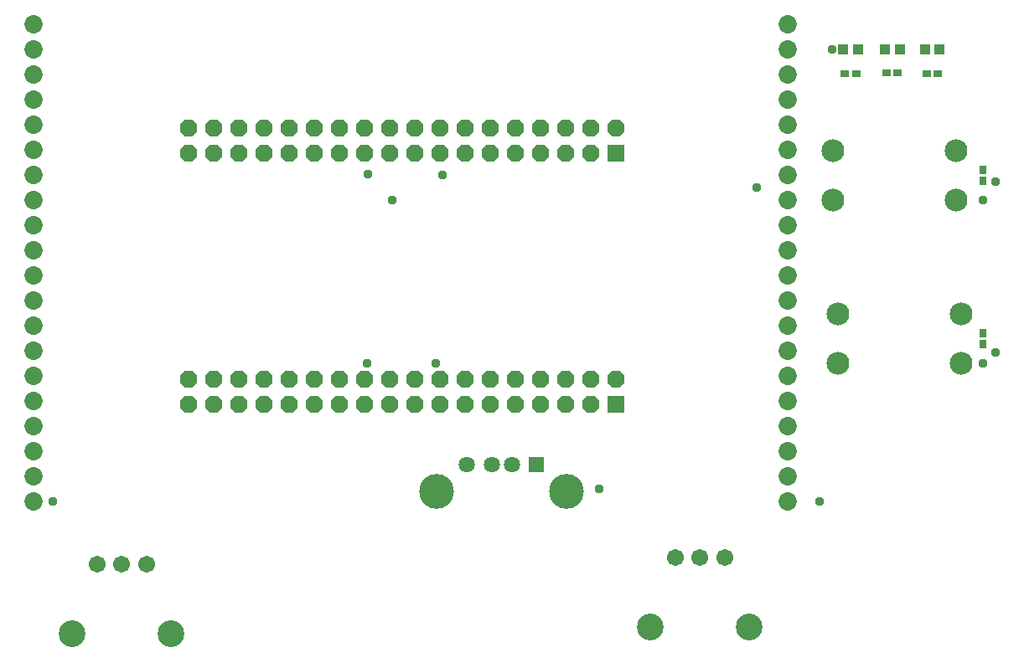
<source format=gbr>
G04 EAGLE Gerber RS-274X export*
G75*
%MOMM*%
%FSLAX34Y34*%
%LPD*%
%INSoldermask Top*%
%IPPOS*%
%AMOC8*
5,1,8,0,0,1.08239X$1,22.5*%
G01*
G04 Define Apertures*
%ADD10R,1.003200X1.003200*%
%ADD11R,1.631200X1.631200*%
%ADD12C,1.631200*%
%ADD13C,3.519200*%
%ADD14C,1.711200*%
%ADD15C,2.703200*%
%ADD16R,0.812800X0.711200*%
%ADD17C,2.303200*%
%ADD18C,1.853200*%
%ADD19R,1.727200X1.727200*%
%ADD20P,1.8695X8X202.5*%
%ADD21R,0.711200X0.812800*%
%ADD22C,0.959600*%
D10*
X1137800Y838200D03*
X1122800Y838200D03*
X1220350Y838200D03*
X1205350Y838200D03*
X1180028Y838200D03*
X1165028Y838200D03*
D11*
X812800Y418860D03*
D12*
X787800Y418860D03*
X767800Y418860D03*
X742800Y418860D03*
D13*
X843500Y391760D03*
X712100Y391760D03*
D14*
X418700Y317500D03*
X393700Y317500D03*
X368700Y317500D03*
D15*
X443700Y247500D03*
X343700Y247500D03*
D14*
X1002900Y324438D03*
X977900Y324438D03*
X952900Y324438D03*
D15*
X1027900Y254438D03*
X927900Y254438D03*
D16*
X1124712Y814260D03*
X1135888Y814260D03*
X1206881Y814222D03*
X1218057Y814222D03*
X1166725Y814640D03*
X1177901Y814640D03*
D17*
X1237250Y736200D03*
X1237250Y686200D03*
X1112250Y686200D03*
X1112250Y736200D03*
X1242228Y571100D03*
X1242228Y521100D03*
X1117228Y521100D03*
X1117228Y571100D03*
D18*
X304800Y863600D03*
X304800Y838200D03*
X304800Y812800D03*
X304800Y787400D03*
X304800Y762000D03*
X304800Y736600D03*
X304800Y711200D03*
X304800Y685800D03*
X304800Y660400D03*
X304800Y635000D03*
X304800Y609600D03*
X304800Y584200D03*
X304800Y558800D03*
X304800Y533400D03*
X304800Y508000D03*
X304800Y482600D03*
X304800Y457200D03*
X304800Y431800D03*
X304800Y406400D03*
X304800Y381000D03*
X1066800Y381000D03*
X1066800Y406400D03*
X1066800Y431800D03*
X1066800Y457200D03*
X1066800Y482600D03*
X1066800Y508000D03*
X1066800Y533400D03*
X1066800Y558800D03*
X1066800Y584200D03*
X1066800Y609600D03*
X1066800Y635000D03*
X1066800Y660400D03*
X1066800Y685800D03*
X1066800Y711200D03*
X1066800Y736600D03*
X1066800Y762000D03*
X1066800Y787400D03*
X1066800Y812800D03*
X1066800Y838200D03*
X1066800Y863600D03*
D19*
X893400Y479800D03*
D20*
X893400Y505200D03*
X868000Y479800D03*
X868000Y505200D03*
X842600Y479800D03*
X842600Y505200D03*
X817200Y479800D03*
X817200Y505200D03*
X791800Y479800D03*
X791800Y505200D03*
X766400Y479800D03*
X766400Y505200D03*
X741000Y479800D03*
X741000Y505200D03*
X715600Y479800D03*
X715600Y505200D03*
X690200Y479800D03*
X690200Y505200D03*
X664800Y479800D03*
X664800Y505200D03*
X639400Y479800D03*
X639400Y505200D03*
X614000Y479800D03*
X614000Y505200D03*
X588600Y479800D03*
X588600Y505200D03*
X563200Y479800D03*
X563200Y505200D03*
X537800Y479800D03*
X537800Y505200D03*
X512400Y479800D03*
X512400Y505200D03*
X487000Y479800D03*
X487000Y505200D03*
X461600Y479800D03*
X461600Y505200D03*
D19*
X893400Y733800D03*
D20*
X893400Y759200D03*
X868000Y733800D03*
X868000Y759200D03*
X842600Y733800D03*
X842600Y759200D03*
X817200Y733800D03*
X817200Y759200D03*
X791800Y733800D03*
X791800Y759200D03*
X766400Y733800D03*
X766400Y759200D03*
X741000Y733800D03*
X741000Y759200D03*
X715600Y733800D03*
X715600Y759200D03*
X690200Y733800D03*
X690200Y759200D03*
X664800Y733800D03*
X664800Y759200D03*
X639400Y733800D03*
X639400Y759200D03*
X614000Y733800D03*
X614000Y759200D03*
X588600Y733800D03*
X588600Y759200D03*
X563200Y733800D03*
X563200Y759200D03*
X537800Y733800D03*
X537800Y759200D03*
X512400Y733800D03*
X512400Y759200D03*
X487000Y733800D03*
X487000Y759200D03*
X461600Y733800D03*
X461600Y759200D03*
D21*
X1263650Y551688D03*
X1263650Y540512D03*
X1263650Y716788D03*
X1263650Y705612D03*
D22*
X876300Y393700D03*
X1098550Y381000D03*
X1263650Y520700D03*
X1263650Y685800D03*
X1111250Y838200D03*
X717550Y711200D03*
X323850Y381000D03*
X641350Y520700D03*
X711200Y520700D03*
X642299Y712149D03*
X1276350Y704850D03*
X1276350Y531979D03*
X666750Y685800D03*
X1035050Y698500D03*
M02*

</source>
